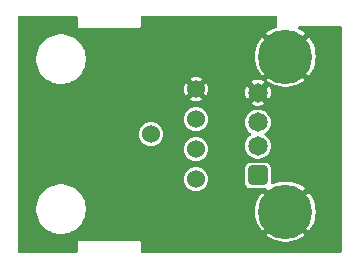
<source format=gbr>
G04 #@! TF.GenerationSoftware,KiCad,Pcbnew,8.0.6*
G04 #@! TF.CreationDate,2025-01-19T08:52:11-05:00*
G04 #@! TF.ProjectId,usbabrkout,75736261-6272-46b6-9f75-742e6b696361,v1.0.0*
G04 #@! TF.SameCoordinates,Original*
G04 #@! TF.FileFunction,Copper,L2,Inr*
G04 #@! TF.FilePolarity,Positive*
%FSLAX46Y46*%
G04 Gerber Fmt 4.6, Leading zero omitted, Abs format (unit mm)*
G04 Created by KiCad (PCBNEW 8.0.6) date 2025-01-19 08:52:11*
%MOMM*%
%LPD*%
G01*
G04 APERTURE LIST*
G04 Aperture macros list*
%AMRoundRect*
0 Rectangle with rounded corners*
0 $1 Rounding radius*
0 $2 $3 $4 $5 $6 $7 $8 $9 X,Y pos of 4 corners*
0 Add a 4 corners polygon primitive as box body*
4,1,4,$2,$3,$4,$5,$6,$7,$8,$9,$2,$3,0*
0 Add four circle primitives for the rounded corners*
1,1,$1+$1,$2,$3*
1,1,$1+$1,$4,$5*
1,1,$1+$1,$6,$7*
1,1,$1+$1,$8,$9*
0 Add four rect primitives between the rounded corners*
20,1,$1+$1,$2,$3,$4,$5,0*
20,1,$1+$1,$4,$5,$6,$7,0*
20,1,$1+$1,$6,$7,$8,$9,0*
20,1,$1+$1,$8,$9,$2,$3,0*%
G04 Aperture macros list end*
G04 #@! TA.AperFunction,ComponentPad*
%ADD10RoundRect,0.250000X0.575500X-0.575500X0.575500X0.575500X-0.575500X0.575500X-0.575500X-0.575500X0*%
G04 #@! TD*
G04 #@! TA.AperFunction,ComponentPad*
%ADD11C,1.651000*%
G04 #@! TD*
G04 #@! TA.AperFunction,ComponentPad*
%ADD12C,4.600000*%
G04 #@! TD*
G04 #@! TA.AperFunction,ComponentPad*
%ADD13C,1.016000*%
G04 #@! TD*
G04 #@! TA.AperFunction,ComponentPad*
%ADD14C,1.524000*%
G04 #@! TD*
G04 #@! TA.AperFunction,ViaPad*
%ADD15C,1.524000*%
G04 #@! TD*
G04 APERTURE END LIST*
D10*
X148750000Y-105100000D03*
D11*
X148750000Y-102600000D03*
X148750000Y-100600000D03*
X148750000Y-98100000D03*
D12*
X151080000Y-108170000D03*
X151080000Y-95030000D03*
D13*
X129540000Y-101600000D03*
X134620000Y-101600000D03*
X134620000Y-99060000D03*
X134620000Y-104140000D03*
D14*
X143510000Y-105410000D03*
X143510000Y-102870000D03*
X143510000Y-100330000D03*
X143510000Y-97790000D03*
D15*
X139700000Y-101600000D03*
G04 #@! TA.AperFunction,Conductor*
G36*
X133418621Y-91587502D02*
G01*
X133465114Y-91641158D01*
X133476500Y-91693500D01*
X133476500Y-92481361D01*
X133495911Y-92528224D01*
X133531775Y-92564088D01*
X133531776Y-92564088D01*
X133531777Y-92564089D01*
X133578639Y-92583500D01*
X138709361Y-92583500D01*
X138756223Y-92564089D01*
X138792089Y-92528223D01*
X138811500Y-92481361D01*
X138811500Y-91693500D01*
X138831502Y-91625379D01*
X138885158Y-91578886D01*
X138937500Y-91567500D01*
X150226500Y-91567500D01*
X150294621Y-91587502D01*
X150341114Y-91641158D01*
X150352500Y-91693500D01*
X150352500Y-92375361D01*
X150373628Y-92426369D01*
X150381217Y-92496959D01*
X150349438Y-92560446D01*
X150292723Y-92594162D01*
X150293065Y-92595214D01*
X150289296Y-92596438D01*
X149990518Y-92714733D01*
X149708926Y-92869539D01*
X149459771Y-93050560D01*
X149459771Y-93050562D01*
X150464742Y-94055533D01*
X150330825Y-94152829D01*
X150202829Y-94280825D01*
X150105533Y-94414742D01*
X149103551Y-93412760D01*
X149009890Y-93525979D01*
X149009887Y-93525982D01*
X148837716Y-93797281D01*
X148837709Y-93797295D01*
X148700896Y-94088038D01*
X148700894Y-94088042D01*
X148601595Y-94393650D01*
X148601593Y-94393658D01*
X148541381Y-94709303D01*
X148521205Y-95029994D01*
X148521205Y-95030005D01*
X148541381Y-95350696D01*
X148601593Y-95666341D01*
X148601595Y-95666349D01*
X148700894Y-95971957D01*
X148700896Y-95971961D01*
X148837709Y-96262704D01*
X148837716Y-96262718D01*
X149009887Y-96534017D01*
X149009889Y-96534020D01*
X149103551Y-96647238D01*
X150105532Y-95645257D01*
X150202829Y-95779175D01*
X150330825Y-95907171D01*
X150464741Y-96004466D01*
X149459771Y-97009436D01*
X149461292Y-97028763D01*
X149506325Y-97043332D01*
X149509399Y-97045496D01*
X149708921Y-97190457D01*
X149990518Y-97345266D01*
X150289292Y-97463559D01*
X150600530Y-97543471D01*
X150600543Y-97543473D01*
X150919317Y-97583744D01*
X150919336Y-97583746D01*
X151240664Y-97583746D01*
X151240682Y-97583744D01*
X151559456Y-97543473D01*
X151559469Y-97543471D01*
X151870707Y-97463559D01*
X152169481Y-97345266D01*
X152451072Y-97190460D01*
X152700227Y-97009438D01*
X152700227Y-97009436D01*
X151695257Y-96004466D01*
X151829175Y-95907171D01*
X151957171Y-95779175D01*
X152054466Y-95645257D01*
X153056447Y-96647238D01*
X153056448Y-96647237D01*
X153150106Y-96534025D01*
X153150109Y-96534022D01*
X153322283Y-96262718D01*
X153322290Y-96262704D01*
X153459103Y-95971961D01*
X153459105Y-95971957D01*
X153558404Y-95666349D01*
X153558406Y-95666341D01*
X153618618Y-95350696D01*
X153638795Y-95030005D01*
X153638795Y-95029994D01*
X153618618Y-94709303D01*
X153558406Y-94393658D01*
X153558404Y-94393650D01*
X153459105Y-94088042D01*
X153459103Y-94088038D01*
X153322290Y-93797295D01*
X153322283Y-93797281D01*
X153150112Y-93525982D01*
X153150110Y-93525979D01*
X153056447Y-93412760D01*
X152054466Y-94414741D01*
X151957171Y-94280825D01*
X151829175Y-94152829D01*
X151695257Y-94055532D01*
X152700227Y-93050562D01*
X152700227Y-93050560D01*
X152451073Y-92869539D01*
X152167993Y-92713915D01*
X152117934Y-92663569D01*
X152103041Y-92594152D01*
X152128042Y-92527703D01*
X152184999Y-92485319D01*
X152228694Y-92477500D01*
X155746500Y-92477500D01*
X155814621Y-92497502D01*
X155861114Y-92551158D01*
X155872500Y-92603500D01*
X155872500Y-111506500D01*
X155852498Y-111574621D01*
X155798842Y-111621114D01*
X155746500Y-111632500D01*
X138937500Y-111632500D01*
X138869379Y-111612498D01*
X138822886Y-111558842D01*
X138811500Y-111506500D01*
X138811500Y-110718638D01*
X138792088Y-110671775D01*
X138756224Y-110635911D01*
X138709361Y-110616500D01*
X133629361Y-110616500D01*
X133578639Y-110616500D01*
X133531775Y-110635911D01*
X133495911Y-110671775D01*
X133476500Y-110718638D01*
X133476500Y-111506500D01*
X133456498Y-111574621D01*
X133402842Y-111621114D01*
X133350500Y-111632500D01*
X128523500Y-111632500D01*
X128455379Y-111612498D01*
X128408886Y-111558842D01*
X128397500Y-111506500D01*
X128397500Y-107812618D01*
X129984000Y-107812618D01*
X129984000Y-108087381D01*
X130019861Y-108359779D01*
X130019862Y-108359785D01*
X130019863Y-108359787D01*
X130090976Y-108625183D01*
X130196121Y-108879026D01*
X130196122Y-108879027D01*
X130196127Y-108879037D01*
X130333498Y-109116970D01*
X130333503Y-109116977D01*
X130500758Y-109334948D01*
X130500777Y-109334969D01*
X130695030Y-109529222D01*
X130695040Y-109529231D01*
X130695046Y-109529237D01*
X130913026Y-109696499D01*
X131150974Y-109833879D01*
X131404817Y-109939024D01*
X131670213Y-110010137D01*
X131670219Y-110010137D01*
X131670220Y-110010138D01*
X131701480Y-110014253D01*
X131942621Y-110046000D01*
X131942628Y-110046000D01*
X132217372Y-110046000D01*
X132217379Y-110046000D01*
X132489787Y-110010137D01*
X132755183Y-109939024D01*
X133009026Y-109833879D01*
X133246974Y-109696499D01*
X133464954Y-109529237D01*
X133659237Y-109334954D01*
X133826499Y-109116974D01*
X133963879Y-108879026D01*
X134069024Y-108625183D01*
X134140137Y-108359787D01*
X134176000Y-108087379D01*
X134176000Y-107812621D01*
X134140137Y-107540213D01*
X134069024Y-107274817D01*
X133963879Y-107020974D01*
X133826499Y-106783026D01*
X133659237Y-106565046D01*
X133659231Y-106565040D01*
X133659222Y-106565030D01*
X133464969Y-106370777D01*
X133464948Y-106370758D01*
X133246977Y-106203503D01*
X133246970Y-106203498D01*
X133009037Y-106066127D01*
X133009032Y-106066124D01*
X133009026Y-106066121D01*
X132755183Y-105960976D01*
X132489787Y-105889863D01*
X132489785Y-105889862D01*
X132489779Y-105889861D01*
X132217381Y-105854000D01*
X132217379Y-105854000D01*
X131942621Y-105854000D01*
X131942618Y-105854000D01*
X131670220Y-105889861D01*
X131670213Y-105889863D01*
X131404817Y-105960976D01*
X131287576Y-106009539D01*
X131150972Y-106066122D01*
X131150962Y-106066127D01*
X130913029Y-106203498D01*
X130913022Y-106203503D01*
X130695051Y-106370758D01*
X130695030Y-106370777D01*
X130500777Y-106565030D01*
X130500758Y-106565051D01*
X130333503Y-106783022D01*
X130333498Y-106783029D01*
X130196127Y-107020962D01*
X130196122Y-107020972D01*
X130090976Y-107274817D01*
X130090975Y-107274821D01*
X130019861Y-107540220D01*
X129984000Y-107812618D01*
X128397500Y-107812618D01*
X128397500Y-105409996D01*
X142488837Y-105409996D01*
X142488837Y-105410003D01*
X142508456Y-105609212D01*
X142508457Y-105609218D01*
X142508458Y-105609219D01*
X142566568Y-105800782D01*
X142660934Y-105977328D01*
X142787929Y-106132071D01*
X142942672Y-106259066D01*
X143119218Y-106353432D01*
X143310781Y-106411542D01*
X143310785Y-106411542D01*
X143310787Y-106411543D01*
X143509997Y-106431163D01*
X143510000Y-106431163D01*
X143510003Y-106431163D01*
X143709212Y-106411543D01*
X143709213Y-106411542D01*
X143709219Y-106411542D01*
X143900782Y-106353432D01*
X144077328Y-106259066D01*
X144232071Y-106132071D01*
X144359066Y-105977328D01*
X144453432Y-105800782D01*
X144511542Y-105609219D01*
X144531163Y-105410000D01*
X144511542Y-105210781D01*
X144453432Y-105019218D01*
X144359066Y-104842672D01*
X144232071Y-104687929D01*
X144077328Y-104560934D01*
X143918913Y-104476259D01*
X147670254Y-104476259D01*
X147670254Y-105723740D01*
X147676709Y-105783781D01*
X147676710Y-105783786D01*
X147676711Y-105783787D01*
X147727383Y-105919644D01*
X147727384Y-105919645D01*
X147727385Y-105919648D01*
X147814277Y-106035722D01*
X147930351Y-106122614D01*
X147930352Y-106122614D01*
X147930356Y-106122617D01*
X148066213Y-106173289D01*
X148066216Y-106173289D01*
X148066218Y-106173290D01*
X148126259Y-106179745D01*
X148126267Y-106179745D01*
X148126272Y-106179746D01*
X148126276Y-106179746D01*
X149373724Y-106179746D01*
X149373728Y-106179746D01*
X149373732Y-106179745D01*
X149373741Y-106179745D01*
X149381709Y-106178888D01*
X149451578Y-106191490D01*
X149484279Y-106215070D01*
X150464742Y-107195533D01*
X150330825Y-107292829D01*
X150202829Y-107420825D01*
X150105533Y-107554742D01*
X149103551Y-106552760D01*
X149009890Y-106665979D01*
X149009887Y-106665982D01*
X148837716Y-106937281D01*
X148837709Y-106937295D01*
X148700896Y-107228038D01*
X148700894Y-107228042D01*
X148601595Y-107533650D01*
X148601593Y-107533658D01*
X148541381Y-107849303D01*
X148521205Y-108169994D01*
X148521205Y-108170005D01*
X148541381Y-108490696D01*
X148601593Y-108806341D01*
X148601595Y-108806349D01*
X148700894Y-109111957D01*
X148700896Y-109111961D01*
X148837709Y-109402704D01*
X148837716Y-109402718D01*
X149009887Y-109674017D01*
X149009889Y-109674020D01*
X149103551Y-109787238D01*
X150105532Y-108785257D01*
X150202829Y-108919175D01*
X150330825Y-109047171D01*
X150464741Y-109144466D01*
X149459771Y-110149436D01*
X149459771Y-110149438D01*
X149708922Y-110330457D01*
X149990518Y-110485266D01*
X150289292Y-110603559D01*
X150600530Y-110683471D01*
X150600543Y-110683473D01*
X150919317Y-110723744D01*
X150919336Y-110723746D01*
X151240664Y-110723746D01*
X151240682Y-110723744D01*
X151559456Y-110683473D01*
X151559469Y-110683471D01*
X151870707Y-110603559D01*
X152169481Y-110485266D01*
X152451072Y-110330460D01*
X152700227Y-110149438D01*
X152700227Y-110149436D01*
X151695257Y-109144466D01*
X151829175Y-109047171D01*
X151957171Y-108919175D01*
X152054466Y-108785257D01*
X153056447Y-109787238D01*
X153056448Y-109787237D01*
X153150106Y-109674025D01*
X153150109Y-109674022D01*
X153322283Y-109402718D01*
X153322290Y-109402704D01*
X153459103Y-109111961D01*
X153459105Y-109111957D01*
X153558404Y-108806349D01*
X153558406Y-108806341D01*
X153618618Y-108490696D01*
X153638795Y-108170005D01*
X153638795Y-108169994D01*
X153618618Y-107849303D01*
X153558406Y-107533658D01*
X153558404Y-107533650D01*
X153459105Y-107228042D01*
X153459103Y-107228038D01*
X153322290Y-106937295D01*
X153322283Y-106937281D01*
X153150112Y-106665982D01*
X153150110Y-106665979D01*
X153056447Y-106552760D01*
X152054466Y-107554741D01*
X151957171Y-107420825D01*
X151829175Y-107292829D01*
X151695257Y-107195532D01*
X152700227Y-106190562D01*
X152700227Y-106190560D01*
X152451073Y-106009539D01*
X152169481Y-105854733D01*
X151870707Y-105736440D01*
X151559469Y-105656528D01*
X151559456Y-105656526D01*
X151240682Y-105616255D01*
X151240664Y-105616254D01*
X150919336Y-105616254D01*
X150919317Y-105616255D01*
X150600543Y-105656526D01*
X150600530Y-105656528D01*
X150289289Y-105736441D01*
X150001807Y-105850263D01*
X149931107Y-105856742D01*
X149868127Y-105823970D01*
X149832863Y-105762350D01*
X149829605Y-105726369D01*
X149829746Y-105723737D01*
X149829746Y-104476276D01*
X149829745Y-104476259D01*
X149823290Y-104416218D01*
X149823289Y-104416216D01*
X149823289Y-104416213D01*
X149772617Y-104280356D01*
X149772614Y-104280352D01*
X149772614Y-104280351D01*
X149685722Y-104164277D01*
X149569648Y-104077385D01*
X149569645Y-104077384D01*
X149569644Y-104077383D01*
X149433787Y-104026711D01*
X149433786Y-104026710D01*
X149433781Y-104026709D01*
X149373740Y-104020254D01*
X149373728Y-104020254D01*
X148126272Y-104020254D01*
X148126259Y-104020254D01*
X148066218Y-104026709D01*
X147930351Y-104077385D01*
X147814277Y-104164277D01*
X147727385Y-104280351D01*
X147676709Y-104416218D01*
X147670254Y-104476259D01*
X143918913Y-104476259D01*
X143900782Y-104466568D01*
X143709219Y-104408458D01*
X143709218Y-104408457D01*
X143709212Y-104408456D01*
X143510003Y-104388837D01*
X143509997Y-104388837D01*
X143310787Y-104408456D01*
X143119217Y-104466568D01*
X142942671Y-104560934D01*
X142787929Y-104687929D01*
X142660934Y-104842671D01*
X142566568Y-105019217D01*
X142508456Y-105210787D01*
X142488837Y-105409996D01*
X128397500Y-105409996D01*
X128397500Y-102869996D01*
X142488837Y-102869996D01*
X142488837Y-102870003D01*
X142508456Y-103069212D01*
X142508457Y-103069218D01*
X142508458Y-103069219D01*
X142566568Y-103260782D01*
X142660934Y-103437328D01*
X142787929Y-103592071D01*
X142942672Y-103719066D01*
X143119218Y-103813432D01*
X143310781Y-103871542D01*
X143310785Y-103871542D01*
X143310787Y-103871543D01*
X143509997Y-103891163D01*
X143510000Y-103891163D01*
X143510003Y-103891163D01*
X143709212Y-103871543D01*
X143709213Y-103871542D01*
X143709219Y-103871542D01*
X143900782Y-103813432D01*
X144077328Y-103719066D01*
X144232071Y-103592071D01*
X144359066Y-103437328D01*
X144453432Y-103260782D01*
X144511542Y-103069219D01*
X144519176Y-102991715D01*
X144531163Y-102870003D01*
X144531163Y-102869996D01*
X144511543Y-102670787D01*
X144511542Y-102670785D01*
X144511542Y-102670781D01*
X144453432Y-102479218D01*
X144359066Y-102302672D01*
X144232071Y-102147929D01*
X144077328Y-102020934D01*
X143900782Y-101926568D01*
X143709219Y-101868458D01*
X143709218Y-101868457D01*
X143709212Y-101868456D01*
X143510003Y-101848837D01*
X143509997Y-101848837D01*
X143310787Y-101868456D01*
X143119217Y-101926568D01*
X142942671Y-102020934D01*
X142787929Y-102147929D01*
X142660934Y-102302671D01*
X142566568Y-102479217D01*
X142508456Y-102670787D01*
X142488837Y-102869996D01*
X128397500Y-102869996D01*
X128397500Y-101599996D01*
X138678837Y-101599996D01*
X138678837Y-101600003D01*
X138698456Y-101799212D01*
X138698457Y-101799218D01*
X138698458Y-101799219D01*
X138756568Y-101990782D01*
X138850934Y-102167328D01*
X138977929Y-102322071D01*
X139132672Y-102449066D01*
X139309218Y-102543432D01*
X139500781Y-102601542D01*
X139500785Y-102601542D01*
X139500787Y-102601543D01*
X139699997Y-102621163D01*
X139700000Y-102621163D01*
X139700003Y-102621163D01*
X139899212Y-102601543D01*
X139899213Y-102601542D01*
X139899219Y-102601542D01*
X140090782Y-102543432D01*
X140267328Y-102449066D01*
X140422071Y-102322071D01*
X140549066Y-102167328D01*
X140643432Y-101990782D01*
X140701542Y-101799219D01*
X140718277Y-101629310D01*
X140721163Y-101600003D01*
X140721163Y-101599996D01*
X140701543Y-101400787D01*
X140701542Y-101400785D01*
X140701542Y-101400781D01*
X140643432Y-101209218D01*
X140549066Y-101032672D01*
X140422071Y-100877929D01*
X140267328Y-100750934D01*
X140090782Y-100656568D01*
X139899219Y-100598458D01*
X139899218Y-100598457D01*
X139899212Y-100598456D01*
X139700003Y-100578837D01*
X139699997Y-100578837D01*
X139500787Y-100598456D01*
X139309217Y-100656568D01*
X139132671Y-100750934D01*
X138977929Y-100877929D01*
X138850934Y-101032671D01*
X138756568Y-101209217D01*
X138698456Y-101400787D01*
X138678837Y-101599996D01*
X128397500Y-101599996D01*
X128397500Y-100329996D01*
X142488837Y-100329996D01*
X142488837Y-100330003D01*
X142508456Y-100529212D01*
X142508457Y-100529218D01*
X142508458Y-100529219D01*
X142566568Y-100720782D01*
X142660934Y-100897328D01*
X142787929Y-101052071D01*
X142942672Y-101179066D01*
X143119218Y-101273432D01*
X143310781Y-101331542D01*
X143310785Y-101331542D01*
X143310787Y-101331543D01*
X143509997Y-101351163D01*
X143510000Y-101351163D01*
X143510003Y-101351163D01*
X143709212Y-101331543D01*
X143709213Y-101331542D01*
X143709219Y-101331542D01*
X143900782Y-101273432D01*
X144077328Y-101179066D01*
X144232071Y-101052071D01*
X144359066Y-100897328D01*
X144453432Y-100720782D01*
X144490071Y-100600000D01*
X147665628Y-100600000D01*
X147684091Y-100799254D01*
X147738851Y-100991715D01*
X147738852Y-100991717D01*
X147738853Y-100991720D01*
X147828048Y-101170848D01*
X147828049Y-101170850D01*
X147948637Y-101330536D01*
X148096518Y-101465347D01*
X148140974Y-101492873D01*
X148188361Y-101545740D01*
X148199644Y-101615834D01*
X148171240Y-101680901D01*
X148140974Y-101707127D01*
X148096518Y-101734652D01*
X147948637Y-101869463D01*
X147828049Y-102029149D01*
X147738851Y-102208284D01*
X147684091Y-102400745D01*
X147665628Y-102600000D01*
X147684091Y-102799254D01*
X147738851Y-102991715D01*
X147738852Y-102991717D01*
X147738853Y-102991720D01*
X147777443Y-103069219D01*
X147828049Y-103170850D01*
X147948637Y-103330536D01*
X148096517Y-103465346D01*
X148096519Y-103465347D01*
X148096520Y-103465348D01*
X148266654Y-103570690D01*
X148453248Y-103642977D01*
X148649947Y-103679746D01*
X148649949Y-103679746D01*
X148850051Y-103679746D01*
X148850053Y-103679746D01*
X149046752Y-103642977D01*
X149233346Y-103570690D01*
X149403480Y-103465348D01*
X149551361Y-103330537D01*
X149671952Y-103170848D01*
X149761147Y-102991720D01*
X149815909Y-102799253D01*
X149834372Y-102600000D01*
X149815909Y-102400747D01*
X149761147Y-102208280D01*
X149671952Y-102029152D01*
X149665746Y-102020934D01*
X149551362Y-101869463D01*
X149403482Y-101734653D01*
X149391101Y-101726987D01*
X149359024Y-101707126D01*
X149311638Y-101654261D01*
X149300355Y-101584167D01*
X149328758Y-101519100D01*
X149359025Y-101492873D01*
X149403480Y-101465348D01*
X149551361Y-101330537D01*
X149671952Y-101170848D01*
X149761147Y-100991720D01*
X149815909Y-100799253D01*
X149834372Y-100600000D01*
X149815909Y-100400747D01*
X149761147Y-100208280D01*
X149671952Y-100029152D01*
X149671950Y-100029149D01*
X149551362Y-99869463D01*
X149403482Y-99734653D01*
X149233346Y-99629310D01*
X149233339Y-99629307D01*
X149046755Y-99557024D01*
X149046756Y-99557024D01*
X149046753Y-99557023D01*
X149046752Y-99557023D01*
X148850053Y-99520254D01*
X148649947Y-99520254D01*
X148453248Y-99557023D01*
X148453243Y-99557024D01*
X148266660Y-99629307D01*
X148266653Y-99629310D01*
X148096517Y-99734653D01*
X147948637Y-99869463D01*
X147828049Y-100029149D01*
X147738851Y-100208284D01*
X147684091Y-100400745D01*
X147665628Y-100600000D01*
X144490071Y-100600000D01*
X144511542Y-100529219D01*
X144524196Y-100400745D01*
X144531163Y-100330003D01*
X144531163Y-100329996D01*
X144511543Y-100130787D01*
X144511542Y-100130785D01*
X144511542Y-100130781D01*
X144453432Y-99939218D01*
X144359066Y-99762672D01*
X144232071Y-99607929D01*
X144077328Y-99480934D01*
X143900782Y-99386568D01*
X143709219Y-99328458D01*
X143709218Y-99328457D01*
X143709212Y-99328456D01*
X143510003Y-99308837D01*
X143509997Y-99308837D01*
X143310787Y-99328456D01*
X143119217Y-99386568D01*
X142942671Y-99480934D01*
X142787929Y-99607929D01*
X142660934Y-99762671D01*
X142566568Y-99939217D01*
X142508456Y-100130787D01*
X142488837Y-100329996D01*
X128397500Y-100329996D01*
X128397500Y-97789996D01*
X142489339Y-97789996D01*
X142489339Y-97790003D01*
X142508949Y-97989114D01*
X142567032Y-98180590D01*
X142634316Y-98306470D01*
X142634317Y-98306471D01*
X143019309Y-97921478D01*
X143036619Y-97986081D01*
X143103498Y-98101920D01*
X143198080Y-98196502D01*
X143313919Y-98263381D01*
X143378518Y-98280690D01*
X142993527Y-98665681D01*
X143119411Y-98732968D01*
X143310885Y-98791050D01*
X143509997Y-98810661D01*
X143510003Y-98810661D01*
X143709114Y-98791050D01*
X143900587Y-98732968D01*
X144026470Y-98665681D01*
X143641480Y-98280690D01*
X143706081Y-98263381D01*
X143821920Y-98196502D01*
X143916502Y-98101920D01*
X143983381Y-97986081D01*
X144000690Y-97921479D01*
X144385681Y-98306470D01*
X144452968Y-98180587D01*
X144477414Y-98100000D01*
X147666130Y-98100000D01*
X147684585Y-98299162D01*
X147739320Y-98491538D01*
X147739323Y-98491544D01*
X147825725Y-98665062D01*
X148298501Y-98192286D01*
X148321349Y-98277553D01*
X148381909Y-98382446D01*
X148467554Y-98468091D01*
X148572447Y-98528651D01*
X148657711Y-98551498D01*
X148187881Y-99021327D01*
X148266872Y-99070237D01*
X148266885Y-99070244D01*
X148453377Y-99142491D01*
X148453380Y-99142492D01*
X148649995Y-99179246D01*
X148850005Y-99179246D01*
X149046616Y-99142493D01*
X149233122Y-99070240D01*
X149233125Y-99070238D01*
X149312118Y-99021327D01*
X148842289Y-98551498D01*
X148927553Y-98528651D01*
X149032446Y-98468091D01*
X149118091Y-98382446D01*
X149178651Y-98277553D01*
X149201498Y-98192289D01*
X149674271Y-98665062D01*
X149674273Y-98665062D01*
X149760677Y-98491543D01*
X149760681Y-98491531D01*
X149815414Y-98299163D01*
X149833869Y-98100000D01*
X149815414Y-97900837D01*
X149760679Y-97708461D01*
X149760678Y-97708459D01*
X149674272Y-97534936D01*
X149201497Y-98007710D01*
X149178651Y-97922447D01*
X149118091Y-97817554D01*
X149032446Y-97731909D01*
X148927553Y-97671349D01*
X148842287Y-97648501D01*
X149312117Y-97178671D01*
X149310592Y-97165529D01*
X149269882Y-97152519D01*
X149233127Y-97129762D01*
X149233111Y-97129754D01*
X149046622Y-97057508D01*
X149046619Y-97057507D01*
X148850005Y-97020754D01*
X148649995Y-97020754D01*
X148453380Y-97057507D01*
X148453377Y-97057508D01*
X148266888Y-97129754D01*
X148266872Y-97129762D01*
X148187880Y-97178671D01*
X148657710Y-97648501D01*
X148572447Y-97671349D01*
X148467554Y-97731909D01*
X148381909Y-97817554D01*
X148321349Y-97922447D01*
X148298501Y-98007711D01*
X147825725Y-97534936D01*
X147739321Y-97708461D01*
X147739318Y-97708469D01*
X147684585Y-97900837D01*
X147666130Y-98100000D01*
X144477414Y-98100000D01*
X144511050Y-97989114D01*
X144530661Y-97790003D01*
X144530661Y-97789996D01*
X144511050Y-97590885D01*
X144452968Y-97399411D01*
X144385681Y-97273527D01*
X144000690Y-97658518D01*
X143983381Y-97593919D01*
X143916502Y-97478080D01*
X143821920Y-97383498D01*
X143706081Y-97316619D01*
X143641479Y-97299309D01*
X144026471Y-96914317D01*
X144026470Y-96914316D01*
X143900590Y-96847032D01*
X143709114Y-96788949D01*
X143510003Y-96769339D01*
X143509997Y-96769339D01*
X143310885Y-96788949D01*
X143119409Y-96847032D01*
X142993528Y-96914316D01*
X142993527Y-96914317D01*
X143378519Y-97299309D01*
X143313919Y-97316619D01*
X143198080Y-97383498D01*
X143103498Y-97478080D01*
X143036619Y-97593919D01*
X143019309Y-97658519D01*
X142634317Y-97273527D01*
X142634316Y-97273528D01*
X142567032Y-97399409D01*
X142508949Y-97590885D01*
X142489339Y-97789996D01*
X128397500Y-97789996D01*
X128397500Y-95112618D01*
X129984000Y-95112618D01*
X129984000Y-95387381D01*
X130019861Y-95659779D01*
X130019862Y-95659785D01*
X130019863Y-95659787D01*
X130090976Y-95925183D01*
X130196121Y-96179026D01*
X130196122Y-96179027D01*
X130196127Y-96179037D01*
X130333498Y-96416970D01*
X130333503Y-96416977D01*
X130500758Y-96634948D01*
X130500777Y-96634969D01*
X130695030Y-96829222D01*
X130695040Y-96829231D01*
X130695046Y-96829237D01*
X130695049Y-96829239D01*
X130695051Y-96829241D01*
X130913022Y-96996496D01*
X130913029Y-96996501D01*
X130997891Y-97045496D01*
X131150974Y-97133879D01*
X131404817Y-97239024D01*
X131670213Y-97310137D01*
X131670219Y-97310137D01*
X131670220Y-97310138D01*
X131701480Y-97314253D01*
X131942621Y-97346000D01*
X131942628Y-97346000D01*
X132217372Y-97346000D01*
X132217379Y-97346000D01*
X132489787Y-97310137D01*
X132755183Y-97239024D01*
X133009026Y-97133879D01*
X133246974Y-96996499D01*
X133464954Y-96829237D01*
X133659237Y-96634954D01*
X133826499Y-96416974D01*
X133963879Y-96179026D01*
X134069024Y-95925183D01*
X134140137Y-95659787D01*
X134176000Y-95387379D01*
X134176000Y-95112621D01*
X134140137Y-94840213D01*
X134069024Y-94574817D01*
X133963879Y-94320974D01*
X133826499Y-94083026D01*
X133826496Y-94083022D01*
X133659241Y-93865051D01*
X133659239Y-93865049D01*
X133659237Y-93865046D01*
X133659231Y-93865040D01*
X133659222Y-93865030D01*
X133464969Y-93670777D01*
X133464948Y-93670758D01*
X133246977Y-93503503D01*
X133246970Y-93503498D01*
X133009037Y-93366127D01*
X133009032Y-93366124D01*
X133009026Y-93366121D01*
X132755183Y-93260976D01*
X132489787Y-93189863D01*
X132489785Y-93189862D01*
X132489779Y-93189861D01*
X132217381Y-93154000D01*
X132217379Y-93154000D01*
X131942621Y-93154000D01*
X131942618Y-93154000D01*
X131670220Y-93189861D01*
X131404821Y-93260975D01*
X131404817Y-93260976D01*
X131150972Y-93366122D01*
X131150962Y-93366127D01*
X130913029Y-93503498D01*
X130913022Y-93503503D01*
X130695051Y-93670758D01*
X130695030Y-93670777D01*
X130500777Y-93865030D01*
X130500758Y-93865051D01*
X130333503Y-94083022D01*
X130333498Y-94083029D01*
X130196127Y-94320962D01*
X130196122Y-94320972D01*
X130090976Y-94574817D01*
X130090975Y-94574821D01*
X130019861Y-94840220D01*
X129984000Y-95112618D01*
X128397500Y-95112618D01*
X128397500Y-91693500D01*
X128417502Y-91625379D01*
X128471158Y-91578886D01*
X128523500Y-91567500D01*
X133350500Y-91567500D01*
X133418621Y-91587502D01*
G37*
G04 #@! TD.AperFunction*
M02*

</source>
